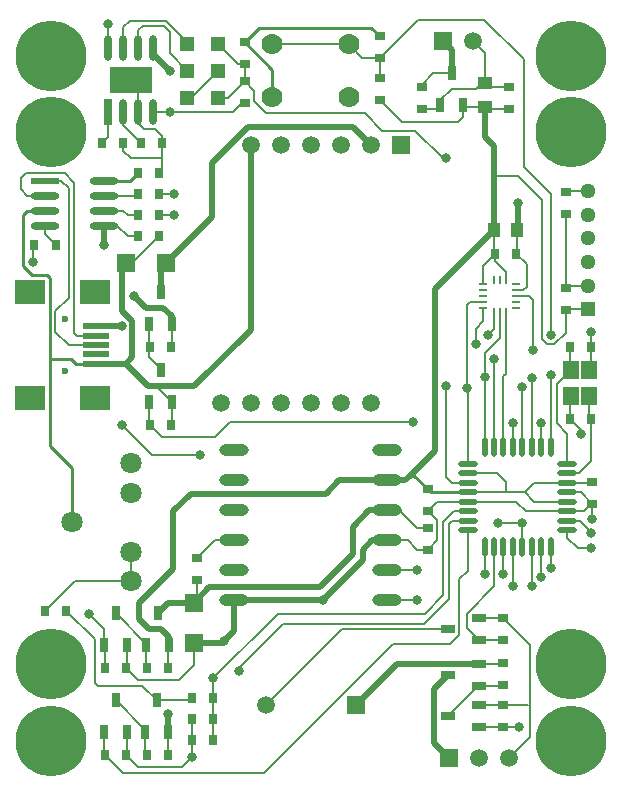
<source format=gtl>
G04 Layer_Physical_Order=1*
G04 Layer_Color=255*
%FSTAX24Y24*%
%MOIN*%
G70*
G01*
G75*
%ADD10O,0.0984X0.0394*%
%ADD11R,0.0315X0.0374*%
%ADD12R,0.0374X0.0315*%
%ADD13R,0.0630X0.0630*%
%ADD14R,0.0256X0.0472*%
%ADD15R,0.0472X0.0256*%
%ADD16O,0.0650X0.0217*%
%ADD17O,0.0217X0.0650*%
%ADD18R,0.0551X0.0591*%
%ADD19R,0.0098X0.0256*%
%ADD20R,0.0256X0.0098*%
%ADD21C,0.0059*%
%ADD22R,0.0394X0.0512*%
%ADD23R,0.0945X0.0236*%
%ADD24O,0.0945X0.0236*%
%ADD25R,0.0984X0.0787*%
%ADD26R,0.0906X0.0197*%
%ADD27R,0.0630X0.0630*%
%ADD28R,0.0250X0.0860*%
%ADD29O,0.0250X0.0860*%
%ADD30R,0.1400X0.0900*%
%ADD31R,0.0472X0.0472*%
%ADD32R,0.0512X0.0394*%
%ADD33C,0.0200*%
%ADD34C,0.0080*%
%ADD35C,0.0100*%
%ADD36C,0.0591*%
%ADD37R,0.0591X0.0591*%
%ADD38R,0.0591X0.0591*%
%ADD39C,0.0512*%
%ADD40R,0.0512X0.0512*%
%ADD41C,0.0236*%
%ADD42C,0.0709*%
%ADD43C,0.0300*%
%ADD44C,0.0700*%
%ADD45C,0.0591*%
%ADD46C,0.2362*%
%ADD47C,0.0320*%
D10*
X081199Y045761D02*
D03*
Y046761D02*
D03*
Y047761D02*
D03*
Y048761D02*
D03*
Y049761D02*
D03*
Y050761D02*
D03*
X076081Y045761D02*
D03*
Y046761D02*
D03*
Y047761D02*
D03*
Y048761D02*
D03*
Y049761D02*
D03*
Y050761D02*
D03*
D11*
X069786Y0454D02*
D03*
X070495D02*
D03*
X071786Y0435D02*
D03*
X072495D02*
D03*
X073895D02*
D03*
X073186D02*
D03*
X075395Y0418D02*
D03*
X074686D02*
D03*
X074686Y0425D02*
D03*
X075395D02*
D03*
X075395Y0411D02*
D03*
X074686D02*
D03*
X073895Y0406D02*
D03*
X073186D02*
D03*
X071786D02*
D03*
X072495D02*
D03*
X087286Y0542D02*
D03*
X087995D02*
D03*
Y0518D02*
D03*
X087286D02*
D03*
X084786Y0573D02*
D03*
X085495D02*
D03*
X072986Y061D02*
D03*
X073695D02*
D03*
X072886Y06D02*
D03*
X073595D02*
D03*
X071686Y061D02*
D03*
X072395D02*
D03*
X070136Y057613D02*
D03*
X069428D02*
D03*
X073286Y0516D02*
D03*
X073995D02*
D03*
X073995Y0542D02*
D03*
X073286D02*
D03*
X073595Y0579D02*
D03*
X072886D02*
D03*
X073595Y0586D02*
D03*
X072886D02*
D03*
X073595Y0593D02*
D03*
X072886D02*
D03*
D12*
X07484Y047154D02*
D03*
Y046446D02*
D03*
X08504Y041546D02*
D03*
Y042254D02*
D03*
Y043654D02*
D03*
Y042946D02*
D03*
X08504Y045154D02*
D03*
Y044446D02*
D03*
X08254Y048154D02*
D03*
Y047446D02*
D03*
Y049454D02*
D03*
Y048746D02*
D03*
X088019Y049691D02*
D03*
Y048982D02*
D03*
X08714Y059354D02*
D03*
Y058646D02*
D03*
Y055446D02*
D03*
Y056154D02*
D03*
X07644Y063054D02*
D03*
Y062346D02*
D03*
X08094Y063154D02*
D03*
Y062446D02*
D03*
Y063846D02*
D03*
Y064554D02*
D03*
X08234Y062854D02*
D03*
Y062146D02*
D03*
X08524D02*
D03*
Y062854D02*
D03*
X07644Y064354D02*
D03*
Y063646D02*
D03*
D13*
X07474Y045669D02*
D03*
Y044331D02*
D03*
D14*
X073914Y044278D02*
D03*
X073166D02*
D03*
X07354Y045322D02*
D03*
X072514Y044278D02*
D03*
X071766D02*
D03*
X07214Y045322D02*
D03*
X073877Y041379D02*
D03*
X073129D02*
D03*
X073503Y042424D02*
D03*
X072514Y041378D02*
D03*
X071766D02*
D03*
X07214Y042422D02*
D03*
X074014Y052378D02*
D03*
X073266D02*
D03*
X07364Y053422D02*
D03*
X074014Y054978D02*
D03*
X073266D02*
D03*
X07364Y056022D02*
D03*
X08334Y063322D02*
D03*
X082966Y062278D02*
D03*
X083714D02*
D03*
D15*
X084263Y042274D02*
D03*
Y041526D02*
D03*
X083218Y0419D02*
D03*
X084248Y043637D02*
D03*
Y042889D02*
D03*
X083203Y043263D02*
D03*
X084263Y045174D02*
D03*
Y044426D02*
D03*
X083218Y0448D02*
D03*
D16*
X087194Y048098D02*
D03*
Y048413D02*
D03*
Y048728D02*
D03*
Y049043D02*
D03*
Y049357D02*
D03*
Y049672D02*
D03*
Y049987D02*
D03*
Y050302D02*
D03*
X083887D02*
D03*
Y049987D02*
D03*
Y049672D02*
D03*
Y049357D02*
D03*
Y049043D02*
D03*
Y048728D02*
D03*
Y048413D02*
D03*
Y048098D02*
D03*
D17*
X086643Y050854D02*
D03*
X086328D02*
D03*
X086013D02*
D03*
X085698D02*
D03*
X085383D02*
D03*
X085068D02*
D03*
X084753D02*
D03*
X084438D02*
D03*
Y047546D02*
D03*
X084753D02*
D03*
X085068D02*
D03*
X085383D02*
D03*
X085698D02*
D03*
X086013D02*
D03*
X086328D02*
D03*
X086643D02*
D03*
D18*
X087305Y05344D02*
D03*
X087935D02*
D03*
Y052574D02*
D03*
X087305D02*
D03*
D19*
X085137Y055359D02*
D03*
X08494D02*
D03*
X084743D02*
D03*
Y056441D02*
D03*
X08494D02*
D03*
X085137D02*
D03*
D20*
X084399Y055506D02*
D03*
Y055703D02*
D03*
Y0559D02*
D03*
Y056097D02*
D03*
Y056294D02*
D03*
X085482D02*
D03*
Y056097D02*
D03*
Y0559D02*
D03*
Y055703D02*
D03*
Y055506D02*
D03*
D21*
X084596Y056412D02*
D03*
D22*
X084747Y0581D02*
D03*
X085534D02*
D03*
D23*
X069782Y059741D02*
D03*
D24*
Y059241D02*
D03*
Y058741D02*
D03*
Y058241D02*
D03*
X071751Y059741D02*
D03*
Y059241D02*
D03*
Y058741D02*
D03*
Y058241D02*
D03*
D25*
X071436Y052515D02*
D03*
Y056019D02*
D03*
X06927D02*
D03*
Y052515D02*
D03*
D26*
X071475Y053637D02*
D03*
Y053952D02*
D03*
Y054267D02*
D03*
Y054582D02*
D03*
Y054897D02*
D03*
D27*
X072471Y057D02*
D03*
X07381D02*
D03*
D28*
X07189Y06204D02*
D03*
D29*
X07239D02*
D03*
X07289D02*
D03*
X07339D02*
D03*
X07189Y06416D02*
D03*
X07239D02*
D03*
X07289D02*
D03*
X07339D02*
D03*
D30*
X07264Y0631D02*
D03*
D31*
X074528Y0634D02*
D03*
X075552D02*
D03*
X074528Y0625D02*
D03*
X075552D02*
D03*
X074528Y0643D02*
D03*
X075552D02*
D03*
D32*
X08444Y062206D02*
D03*
Y062994D02*
D03*
D33*
X08274Y041D02*
X08324Y0405D01*
X08274Y041D02*
Y0428D01*
X083203Y043263D01*
X081518Y043637D02*
X084248D01*
X08014Y042259D02*
X081518Y043637D01*
X07339Y06395D02*
X07394Y0634D01*
X07339Y06395D02*
Y06416D01*
X084747Y0599D02*
Y060894D01*
Y0581D02*
Y0599D01*
X08444Y0612D02*
Y062206D01*
Y0612D02*
X084747Y060894D01*
X081801Y049761D02*
X08194Y0499D01*
X08278Y056134D02*
X084747Y0581D01*
X08194Y0499D02*
X08278Y05074D01*
Y056134D01*
X081199Y049761D02*
X081801D01*
X074067Y048728D02*
X074639Y0493D01*
X07324Y0448D02*
X07364D01*
X073914Y044278D02*
Y044526D01*
X074067Y046808D02*
Y048728D01*
X07291Y045651D02*
X074067Y046808D01*
X07291Y04513D02*
Y045651D01*
Y04513D02*
X07324Y0448D01*
X07364D02*
X073914Y044526D01*
X074639Y0493D02*
X07914D01*
X079601Y049761D02*
X081199D01*
X07914Y0493D02*
X079601Y049761D01*
X07574Y0444D02*
X076081Y044741D01*
X075671Y044331D02*
X07574Y0444D01*
X07174Y0576D02*
X071751Y05761D01*
Y058241D01*
X072477Y053637D02*
X0727Y05386D01*
Y055049D01*
X07234Y055409D02*
X0727Y055049D01*
X07234Y055409D02*
Y056869D01*
X072471Y057D01*
X085534Y0581D02*
X08554Y058106D01*
Y058998D01*
X076538Y061528D02*
X080042D01*
X08064Y060929D01*
X074765Y0529D02*
X07664Y054776D01*
Y060929D01*
X07364Y057D02*
X07381D01*
X07364Y056022D02*
Y057D01*
X07381D02*
X07534Y058531D01*
Y06033D01*
X076538Y061528D01*
X073492Y0529D02*
X074765D01*
X073214D02*
X073492D01*
X072477Y053637D02*
X073214Y0529D01*
X071475Y053637D02*
X072477D01*
X08334Y063322D02*
Y0641D01*
X08304Y0644D02*
X08334Y0641D01*
X07904Y045761D02*
X08038Y0471D01*
X080701Y047761D02*
X081199D01*
X08038Y0471D02*
Y047439D01*
X080701Y047761D01*
X076081Y045761D02*
X07904D01*
X08004Y0473D02*
Y0482D01*
X07894Y0462D02*
X08004Y0473D01*
X07526Y0462D02*
X07894D01*
X07474Y044331D02*
X075671D01*
X076081Y044741D02*
Y045761D01*
X07484Y04578D02*
X07526Y0462D01*
X07474Y04568D02*
X07484Y04578D01*
X07474Y045669D02*
Y04568D01*
X07354Y045322D02*
X073887Y045669D01*
X07474D01*
X080601Y048761D02*
X081199D01*
X08004Y0482D02*
X080601Y048761D01*
X073877Y041379D02*
Y041979D01*
X074014Y054978D02*
Y05522D01*
X073735Y0555D02*
X074014Y05522D01*
X07314Y0555D02*
X073735D01*
X07274Y0559D02*
X07314Y0555D01*
X071475Y054897D02*
X07234D01*
D34*
X08328Y0443D02*
X083594Y044614D01*
X081393Y0443D02*
X08328D01*
X077093Y04D02*
X081393Y0443D01*
X07289Y06416D02*
Y06475D01*
X07304Y0649D01*
X07239Y06416D02*
Y06485D01*
X07262Y06508D01*
X08554Y0599D02*
X08634Y0591D01*
Y054476D02*
Y0591D01*
Y054476D02*
X086516Y0543D01*
X08592Y0559D02*
X08604Y05578D01*
Y0541D02*
Y05578D01*
X083714Y061874D02*
Y062278D01*
X08354Y0617D02*
X083714Y061874D01*
X081686Y0617D02*
X08354D01*
X08094Y062446D02*
X081686Y0617D01*
X082126Y061415D02*
X08304Y0605D01*
X077155Y062008D02*
X08044D01*
X081034Y061415D02*
X082126D01*
X08044Y062008D02*
X081034Y061415D01*
X084747Y0599D02*
X08554D01*
X086516Y0543D02*
X086765D01*
X08714Y054676D01*
Y055446D01*
X08314Y049872D02*
Y0529D01*
Y049872D02*
X08334Y049672D01*
X08304Y0605D02*
X08314D01*
X08334Y049672D02*
X083887D01*
X087543Y047498D02*
X087994D01*
X087194Y047846D02*
X087543Y047498D01*
X087194Y047846D02*
Y048098D01*
X088019Y048482D02*
Y048982D01*
X087994Y048013D02*
Y048046D01*
X087628Y048413D02*
X087994Y048046D01*
X087194Y048413D02*
X087628D01*
X087995Y0542D02*
Y0547D01*
Y0535D02*
Y0542D01*
X087935Y05344D02*
X087995Y0535D01*
X08242Y04498D02*
X083247Y045806D01*
X08244Y0453D02*
X083067Y045926D01*
Y048381D01*
X083594Y046454D02*
X083887Y046746D01*
X083594Y044614D02*
Y046454D01*
X082867Y047773D02*
Y048419D01*
X08254Y047446D02*
X082867Y047773D01*
X08254Y048746D02*
X082867Y048419D01*
X083413Y048728D02*
X083887D01*
X083067Y048381D02*
X083413Y048728D01*
X083247Y048306D02*
X083353Y048413D01*
X083247Y045806D02*
Y048306D01*
X073686Y0512D02*
X075453D01*
X07594Y051688D02*
X08204D01*
X075453Y0512D02*
X07594Y051688D01*
X07474Y0436D02*
Y044331D01*
X07424Y0431D02*
X07474Y0436D01*
X072895Y0431D02*
X07424D01*
X072495Y0435D02*
X072895Y0431D01*
X074686Y040546D02*
Y0411D01*
X07434Y0402D02*
X074686Y040546D01*
X072895Y0402D02*
X07434D01*
X072495Y0406D02*
X072895Y0402D01*
X08594Y0412D02*
Y044254D01*
X08504Y045154D02*
X08594Y044254D01*
X079923Y06429D02*
X080367Y063846D01*
X077364Y06429D02*
X079923D01*
X080367Y063846D02*
X08094D01*
X07334Y0506D02*
X07494D01*
X07234Y0516D02*
X07334Y0506D01*
X084887Y048346D02*
X085698D01*
X073492Y0529D02*
X074014Y052378D01*
X07484Y04578D02*
Y046346D01*
X07474D02*
X07484Y046446D01*
Y047154D02*
X075447Y047761D01*
X076081D01*
X086013Y050854D02*
Y053154D01*
X085698Y050854D02*
Y052854D01*
X073286Y0516D02*
X073686Y0512D01*
X072386Y04D02*
X077093D01*
X071786Y0406D02*
X072386Y04D01*
X070768Y054658D02*
Y059672D01*
X07044Y06D02*
X070768Y059672D01*
X069158Y06D02*
X07044D01*
X069782Y059741D02*
X070316D01*
X070569Y055842D02*
Y059488D01*
X070316Y059741D02*
X070569Y059488D01*
X068978Y059463D02*
Y05982D01*
Y059463D02*
X069199Y059241D01*
X069782D01*
X068978Y05982D02*
X069158Y06D01*
X08714Y059354D02*
X087184Y059398D01*
X087892D01*
X08714Y056154D02*
Y058646D01*
Y055446D02*
X087155Y055461D01*
X087892D01*
X08714Y056154D02*
X087234Y056248D01*
X087892D01*
X085495Y0573D02*
X085837Y056957D01*
X085534Y057339D02*
Y0581D01*
X084399Y056913D02*
X084786Y0573D01*
X084747Y057339D02*
Y0581D01*
X08094Y063846D02*
X082205Y065111D01*
X08443D01*
X08574Y0638D01*
Y0602D02*
Y0638D01*
Y0602D02*
X08664Y0593D01*
Y0546D02*
Y0593D01*
X085383Y046246D02*
Y047546D01*
X085068Y046646D02*
Y047546D01*
X086013Y046246D02*
Y047546D01*
X086328Y046546D02*
Y047546D01*
X073595Y0586D02*
X074095D01*
X073595Y0593D02*
X074095D01*
X084438Y046646D02*
Y047546D01*
X084753Y046226D02*
Y047546D01*
X08384Y045314D02*
X084753Y046226D01*
X08384Y044848D02*
Y045314D01*
X07624Y0434D02*
Y0435D01*
X07772Y04498D01*
X08242D01*
X07754Y0453D02*
X08244D01*
X075395Y043154D02*
X07754Y0453D01*
X08384Y044848D02*
X084263Y044426D01*
X085698Y047546D02*
Y048346D01*
X086643Y050854D02*
Y053254D01*
Y046846D02*
Y047546D01*
X083887Y046746D02*
Y048098D01*
X083353Y048413D02*
X083887D01*
X081199Y047761D02*
X08188D01*
X082195Y047446D01*
X08254D01*
X082186Y048154D02*
X08254D01*
X08158Y048761D02*
X082186Y048154D01*
X081199Y048761D02*
X08158D01*
X07644Y063054D02*
X076767Y062727D01*
Y062395D02*
Y062727D01*
Y062395D02*
X077155Y062008D01*
X087194Y049357D02*
X087643D01*
X088019Y048982D01*
X087765Y048728D02*
X088019Y048982D01*
X087194Y048728D02*
X087765D01*
X088001Y049672D02*
X088019Y049691D01*
X087194Y049672D02*
X088001D01*
X08254Y048746D02*
X082837Y049043D01*
X083887D01*
X085783Y049357D02*
X086098Y049672D01*
X087194D01*
X085153Y04937D02*
Y0497D01*
X084866Y049987D02*
X085153Y0497D01*
X083887Y049987D02*
X084866D01*
X08514Y049357D02*
X085783D01*
X083887D02*
X08514D01*
X085153Y04937D01*
X085783Y049357D02*
X086098Y049043D01*
X087194D01*
X085813Y048728D02*
X087194D01*
X085498Y049043D02*
X085813Y048728D01*
X083887Y049043D02*
X085498D01*
X081199Y045761D02*
X082199D01*
X081199Y046761D02*
X082199D01*
X086328Y050854D02*
Y051654D01*
X085383Y050854D02*
Y051654D01*
X08384Y0556D02*
X083943Y055703D01*
X08384Y052846D02*
Y0556D01*
Y052846D02*
X083887Y0528D01*
X08414Y0543D02*
Y0548D01*
X084399Y055059D01*
X084438Y053998D02*
X08494Y0545D01*
X084438Y0532D02*
Y053998D01*
X08494Y0545D02*
Y055359D01*
X083887Y050302D02*
Y0528D01*
X084438Y050854D02*
Y0532D01*
X085837Y0562D02*
Y056957D01*
X085734Y056097D02*
X085837Y0562D01*
X085482Y056097D02*
X085734D01*
X084399Y056294D02*
Y056913D01*
X084786Y057054D02*
Y0573D01*
Y057054D02*
X085137Y056703D01*
Y056441D02*
Y056703D01*
X084399Y055059D02*
Y055506D01*
X085482Y0559D02*
X08592D01*
X08454Y0546D02*
X084743Y054803D01*
Y055359D01*
X08474Y0538D02*
X084753Y053787D01*
Y050854D02*
Y053787D01*
X085068Y050854D02*
Y053228D01*
X085137Y053297D01*
Y055359D01*
X083943Y055703D02*
X084399D01*
X087995Y0504D02*
Y0518D01*
X087582Y049987D02*
X087995Y0504D01*
X087194Y049987D02*
X087582D01*
X08764Y0513D02*
Y051446D01*
X087286Y0518D02*
X08764Y051446D01*
X087935Y05186D02*
X087995Y0518D01*
X087935Y05186D02*
Y052574D01*
X087286Y053459D02*
X087305Y05344D01*
X087286Y053459D02*
Y0542D01*
Y052555D02*
X087305Y052574D01*
X087286Y0518D02*
Y052555D01*
X087194Y050302D02*
Y051313D01*
X08684Y051667D02*
X087194Y051313D01*
X08684Y051667D02*
Y052976D01*
X087305Y05344D01*
X08504Y041546D02*
X085595D01*
X08524Y0405D02*
X08594Y0412D01*
X08504Y042254D02*
X085895D01*
X073129Y041379D02*
Y041434D01*
X07214Y042422D02*
X073129Y041434D01*
X075395Y0411D02*
Y0425D01*
Y043154D01*
Y0411D02*
X075395Y0411D01*
X07461Y042424D02*
X074686Y0425D01*
X073503Y042424D02*
X07461D01*
X074686Y0411D02*
X074686Y0411D01*
Y0418D01*
X073877Y040617D02*
Y041379D01*
X073129Y040657D02*
Y041379D01*
X072514Y04062D02*
Y041378D01*
X071766Y04062D02*
Y041378D01*
X07126Y0453D02*
X071766Y044794D01*
Y044278D02*
Y044794D01*
X073895Y0435D02*
Y044258D01*
X071786Y0435D02*
Y044258D01*
X072514Y04352D02*
Y044278D01*
X07214Y045322D02*
X073166Y044296D01*
Y044278D02*
Y044296D01*
Y04352D02*
Y044278D01*
X069786Y0454D02*
X070779Y046393D01*
X072638D01*
Y047377D01*
X070495Y0454D02*
X07144Y044454D01*
Y043D02*
Y044454D01*
Y043D02*
X07154Y0429D01*
X073027D01*
X073503Y042424D01*
X079681Y0448D02*
X083218D01*
X07714Y042259D02*
X079681Y0448D01*
X083218Y0419D02*
X084207Y042889D01*
X084248D01*
X085021Y041526D02*
X08504Y041546D01*
X084263Y041526D02*
X085021D01*
X085021Y042274D02*
X08504Y042254D01*
X084263Y042274D02*
X085021D01*
X084984Y042889D02*
X08504Y042946D01*
X084248Y042889D02*
X084984D01*
X084248Y043637D02*
X085023D01*
X085021Y044426D02*
X08504Y044446D01*
X084263Y044426D02*
X085021D01*
X084263Y045174D02*
X084282Y045154D01*
X08504D01*
X084287Y062946D02*
X08444D01*
Y062994D02*
Y064D01*
X08404Y0644D02*
X08444Y064D01*
X08414Y0628D02*
X084287Y062946D01*
X08334Y0628D02*
X08414D01*
X082966Y062426D02*
X08334Y0628D01*
X082966Y062146D02*
Y062278D01*
X08234Y062146D02*
X082966D01*
Y062278D02*
Y062426D01*
X08444Y062946D02*
Y062994D01*
X08458Y062854D01*
X08524D01*
X08444Y062206D02*
X084501Y062146D01*
X08524D01*
X083714Y062278D02*
X083786Y062206D01*
X08444D01*
X082733Y063322D02*
X08334D01*
X08234Y06293D02*
X082733Y063322D01*
X08234Y062854D02*
Y06293D01*
X08094Y063154D02*
Y063846D01*
X073995Y0542D02*
X074014Y05422D01*
Y054978D01*
X073266Y05422D02*
X073286Y0542D01*
X073266Y05422D02*
Y054978D01*
X073266Y05162D02*
X073286Y0516D01*
X073266Y05162D02*
Y052378D01*
X073995Y0516D02*
X074014Y05162D01*
Y052378D01*
X07324Y054154D02*
X073286Y0542D01*
X07324Y053866D02*
Y054154D01*
Y053866D02*
X07364Y053466D01*
Y053422D02*
Y053466D01*
X07394Y06204D02*
X07604D01*
X07339D02*
X07394D01*
X07604D02*
X076346Y062346D01*
X07644D01*
X07289Y06204D02*
Y06285D01*
X072471Y057D02*
X072695D01*
X073595Y0579D01*
X07254D02*
X072886D01*
X072199Y058241D02*
X07254Y0579D01*
Y0586D02*
X072886D01*
X072399Y058741D02*
X07254Y0586D01*
X071751Y058741D02*
X072399D01*
X071751Y059241D02*
X072827D01*
X073695Y0605D02*
Y061D01*
Y0601D02*
Y0605D01*
X07264D02*
X073695D01*
X072395Y060746D02*
X07264Y0605D01*
X072395Y060746D02*
Y061D01*
X073695D02*
Y061221D01*
X073595Y06D02*
X073695Y0601D01*
X073446Y06147D02*
X073695Y061221D01*
X07307Y06147D02*
X073446D01*
X07289Y06165D02*
X07307Y06147D01*
X07289Y06165D02*
Y06204D01*
X07239Y061596D02*
X072986Y061D01*
X07239Y061596D02*
Y06204D01*
X071686Y061D02*
X07189Y061204D01*
Y06204D01*
Y06416D02*
Y06496D01*
X076206Y063646D02*
X07644D01*
X075552Y0643D02*
X076206Y063646D01*
X07644Y063054D02*
Y063646D01*
X075886Y0625D02*
X07644Y063054D01*
X075552Y0625D02*
X075886D01*
X074528D02*
X074652D01*
X075552Y0634D01*
X07262Y06508D02*
X07382D01*
X074528Y064371D01*
Y0643D02*
Y064371D01*
X07304Y0649D02*
X073745D01*
X07394Y064705D01*
Y063988D02*
Y064705D01*
Y063988D02*
X074528Y0634D01*
X069782Y057968D02*
X070136Y057613D01*
X069782Y057968D02*
Y058241D01*
X069388Y057574D02*
X069428Y057613D01*
X069388Y057023D02*
Y057574D01*
X070134Y055406D02*
X070569Y055842D01*
X070134Y054702D02*
X070569Y054267D01*
X070134Y054702D02*
Y055406D01*
X070569Y054267D02*
X071475D01*
X070768Y054658D02*
X070845Y054582D01*
X071475D01*
D35*
X08194Y0499D02*
X082095D01*
X08254Y049454D01*
X082637Y049357D01*
X083887D01*
X072627Y059741D02*
X072886Y06D01*
X071751Y059741D02*
X072627D01*
X07644Y064354D02*
X076926Y06484D01*
X080655D01*
X08094Y064554D01*
X077364Y062518D02*
Y063431D01*
X07644Y064354D02*
X077364Y063431D01*
X06994Y0538D02*
Y0565D01*
X06984Y0566D02*
X06994Y0565D01*
X06934Y0566D02*
X06984D01*
X06904Y0569D02*
X06934Y0566D01*
X06904Y0569D02*
Y0586D01*
X06994Y0538D02*
X07064D01*
X06994Y0509D02*
Y0538D01*
X07064D02*
X070803Y053637D01*
X06994Y0509D02*
X070669Y050171D01*
Y048361D02*
Y050171D01*
X070803Y053637D02*
X071475D01*
X06904Y0586D02*
X069182Y058741D01*
X069782D01*
D36*
X07714Y042259D02*
D03*
X08424Y0405D02*
D03*
X08524D02*
D03*
X07564Y052329D02*
D03*
X07664D02*
D03*
X07764D02*
D03*
X07864D02*
D03*
X07964D02*
D03*
X07664Y060929D02*
D03*
X07764D02*
D03*
X07864D02*
D03*
X07964D02*
D03*
X08064D02*
D03*
X08404Y0644D02*
D03*
D37*
X08014Y042259D02*
D03*
D38*
X08324Y0405D02*
D03*
X08164Y060929D02*
D03*
X08304Y0644D02*
D03*
D39*
X087892Y059398D02*
D03*
Y05861D02*
D03*
Y057823D02*
D03*
Y056248D02*
D03*
Y057035D02*
D03*
D40*
Y055461D02*
D03*
D41*
X070451Y055133D02*
D03*
Y053401D02*
D03*
D42*
X072638Y047377D02*
D03*
Y049346D02*
D03*
Y046393D02*
D03*
Y05033D02*
D03*
X070669Y048361D02*
D03*
D43*
X07215Y06335D02*
D03*
X07263D02*
D03*
X07311D02*
D03*
X07215Y06285D02*
D03*
X07263D02*
D03*
X07311D02*
D03*
D44*
X079923Y062518D02*
D03*
X077364D02*
D03*
X079923Y06429D02*
D03*
X077364D02*
D03*
D45*
X08064Y052329D02*
D03*
D46*
X087302Y041078D02*
D03*
X069979Y041078D02*
D03*
X087302Y063913D02*
D03*
X069979D02*
D03*
X087302Y043637D02*
D03*
Y061354D02*
D03*
X069979Y043637D02*
D03*
Y061354D02*
D03*
D47*
X08314Y0529D02*
D03*
Y0605D02*
D03*
X088019Y048482D02*
D03*
X087995Y0547D02*
D03*
X07574Y0444D02*
D03*
X08204Y051688D02*
D03*
X07904Y045761D02*
D03*
X074686Y040546D02*
D03*
X07174Y0576D02*
D03*
X07234Y0549D02*
D03*
X08554Y058998D02*
D03*
X07494Y0506D02*
D03*
X07234Y0516D02*
D03*
X084887Y048346D02*
D03*
X071436Y052515D02*
D03*
Y056019D02*
D03*
X06927D02*
D03*
Y052515D02*
D03*
X073877Y041979D02*
D03*
X07274Y0559D02*
D03*
X08664Y0546D02*
D03*
X087994Y047498D02*
D03*
Y048013D02*
D03*
X085383Y046246D02*
D03*
X074095Y0586D02*
D03*
Y0593D02*
D03*
X085068Y046646D02*
D03*
X084438D02*
D03*
X07624Y0434D02*
D03*
X085698Y048346D02*
D03*
X086013Y046246D02*
D03*
X086328Y046546D02*
D03*
X08604Y0541D02*
D03*
X086643Y046846D02*
D03*
X082199Y045761D02*
D03*
Y046761D02*
D03*
X086643Y053254D02*
D03*
X086328Y051654D02*
D03*
X086013Y053154D02*
D03*
X085698Y052854D02*
D03*
X085383Y051654D02*
D03*
X08384Y052846D02*
D03*
X08414Y0543D02*
D03*
X084438Y0532D02*
D03*
X08454Y0546D02*
D03*
X08474Y0538D02*
D03*
X08764Y0513D02*
D03*
X085595Y041546D02*
D03*
X075395Y043154D02*
D03*
X07126Y0453D02*
D03*
X07189Y06496D02*
D03*
X07394Y06204D02*
D03*
Y0634D02*
D03*
X069388Y057023D02*
D03*
M02*

</source>
